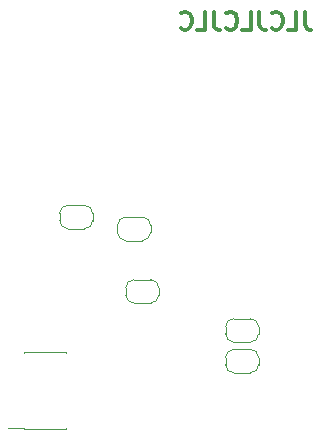
<source format=gbr>
G04 #@! TF.GenerationSoftware,KiCad,Pcbnew,5.1.3-ffb9f22~84~ubuntu19.04.1*
G04 #@! TF.CreationDate,2019-08-02T10:13:28-05:00*
G04 #@! TF.ProjectId,LeashPCB,4c656173-6850-4434-922e-6b696361645f,rev?*
G04 #@! TF.SameCoordinates,Original*
G04 #@! TF.FileFunction,Legend,Bot*
G04 #@! TF.FilePolarity,Positive*
%FSLAX46Y46*%
G04 Gerber Fmt 4.6, Leading zero omitted, Abs format (unit mm)*
G04 Created by KiCad (PCBNEW 5.1.3-ffb9f22~84~ubuntu19.04.1) date 2019-08-02 10:13:28*
%MOMM*%
%LPD*%
G04 APERTURE LIST*
%ADD10C,0.300000*%
%ADD11C,0.120000*%
G04 APERTURE END LIST*
D10*
X155950000Y-40928571D02*
X155950000Y-42000000D01*
X156021428Y-42214285D01*
X156164285Y-42357142D01*
X156378571Y-42428571D01*
X156521428Y-42428571D01*
X154521428Y-42428571D02*
X155235714Y-42428571D01*
X155235714Y-40928571D01*
X153164285Y-42285714D02*
X153235714Y-42357142D01*
X153450000Y-42428571D01*
X153592857Y-42428571D01*
X153807142Y-42357142D01*
X153950000Y-42214285D01*
X154021428Y-42071428D01*
X154092857Y-41785714D01*
X154092857Y-41571428D01*
X154021428Y-41285714D01*
X153950000Y-41142857D01*
X153807142Y-41000000D01*
X153592857Y-40928571D01*
X153450000Y-40928571D01*
X153235714Y-41000000D01*
X153164285Y-41071428D01*
X152092857Y-40928571D02*
X152092857Y-42000000D01*
X152164285Y-42214285D01*
X152307142Y-42357142D01*
X152521428Y-42428571D01*
X152664285Y-42428571D01*
X150664285Y-42428571D02*
X151378571Y-42428571D01*
X151378571Y-40928571D01*
X149307142Y-42285714D02*
X149378571Y-42357142D01*
X149592857Y-42428571D01*
X149735714Y-42428571D01*
X149950000Y-42357142D01*
X150092857Y-42214285D01*
X150164285Y-42071428D01*
X150235714Y-41785714D01*
X150235714Y-41571428D01*
X150164285Y-41285714D01*
X150092857Y-41142857D01*
X149950000Y-41000000D01*
X149735714Y-40928571D01*
X149592857Y-40928571D01*
X149378571Y-41000000D01*
X149307142Y-41071428D01*
X148235714Y-40928571D02*
X148235714Y-42000000D01*
X148307142Y-42214285D01*
X148450000Y-42357142D01*
X148664285Y-42428571D01*
X148807142Y-42428571D01*
X146807142Y-42428571D02*
X147521428Y-42428571D01*
X147521428Y-40928571D01*
X145450000Y-42285714D02*
X145521428Y-42357142D01*
X145735714Y-42428571D01*
X145878571Y-42428571D01*
X146092857Y-42357142D01*
X146235714Y-42214285D01*
X146307142Y-42071428D01*
X146378571Y-41785714D01*
X146378571Y-41571428D01*
X146307142Y-41285714D01*
X146235714Y-41142857D01*
X146092857Y-41000000D01*
X145878571Y-40928571D01*
X145735714Y-40928571D01*
X145521428Y-41000000D01*
X145450000Y-41071428D01*
D11*
X135715000Y-69830000D02*
X135715000Y-69765000D01*
X132185000Y-69830000D02*
X132185000Y-69765000D01*
X135715000Y-76235000D02*
X135715000Y-76170000D01*
X132185000Y-76235000D02*
X132185000Y-76170000D01*
X130860000Y-76170000D02*
X132185000Y-76170000D01*
X132185000Y-69765000D02*
X135715000Y-69765000D01*
X132185000Y-76235000D02*
X135715000Y-76235000D01*
X151350000Y-69500000D02*
X149950000Y-69500000D01*
X149250000Y-70200000D02*
X149250000Y-70800000D01*
X149950000Y-71500000D02*
X151350000Y-71500000D01*
X152050000Y-70800000D02*
X152050000Y-70200000D01*
X152050000Y-70200000D02*
G75*
G03X151350000Y-69500000I-700000J0D01*
G01*
X151350000Y-71500000D02*
G75*
G03X152050000Y-70800000I0J700000D01*
G01*
X149250000Y-70800000D02*
G75*
G03X149950000Y-71500000I700000J0D01*
G01*
X149950000Y-69500000D02*
G75*
G03X149250000Y-70200000I0J-700000D01*
G01*
X151350000Y-66900000D02*
X149950000Y-66900000D01*
X149250000Y-67600000D02*
X149250000Y-68200000D01*
X149950000Y-68900000D02*
X151350000Y-68900000D01*
X152050000Y-68200000D02*
X152050000Y-67600000D01*
X152050000Y-67600000D02*
G75*
G03X151350000Y-66900000I-700000J0D01*
G01*
X151350000Y-68900000D02*
G75*
G03X152050000Y-68200000I0J700000D01*
G01*
X149250000Y-68200000D02*
G75*
G03X149950000Y-68900000I700000J0D01*
G01*
X149950000Y-66900000D02*
G75*
G03X149250000Y-67600000I0J-700000D01*
G01*
X135900000Y-59300000D02*
X137300000Y-59300000D01*
X138000000Y-58600000D02*
X138000000Y-58000000D01*
X137300000Y-57300000D02*
X135900000Y-57300000D01*
X135200000Y-58000000D02*
X135200000Y-58600000D01*
X135200000Y-58600000D02*
G75*
G03X135900000Y-59300000I700000J0D01*
G01*
X135900000Y-57300000D02*
G75*
G03X135200000Y-58000000I0J-700000D01*
G01*
X138000000Y-58000000D02*
G75*
G03X137300000Y-57300000I-700000J0D01*
G01*
X137300000Y-59300000D02*
G75*
G03X138000000Y-58600000I0J700000D01*
G01*
X142900000Y-63600000D02*
X141500000Y-63600000D01*
X140800000Y-64300000D02*
X140800000Y-64900000D01*
X141500000Y-65600000D02*
X142900000Y-65600000D01*
X143600000Y-64900000D02*
X143600000Y-64300000D01*
X143600000Y-64300000D02*
G75*
G03X142900000Y-63600000I-700000J0D01*
G01*
X142900000Y-65600000D02*
G75*
G03X143600000Y-64900000I0J700000D01*
G01*
X140800000Y-64900000D02*
G75*
G03X141500000Y-65600000I700000J0D01*
G01*
X141500000Y-63600000D02*
G75*
G03X140800000Y-64300000I0J-700000D01*
G01*
X142200000Y-58300000D02*
X140800000Y-58300000D01*
X140100000Y-59000000D02*
X140100000Y-59600000D01*
X140800000Y-60300000D02*
X142200000Y-60300000D01*
X142900000Y-59600000D02*
X142900000Y-59000000D01*
X142900000Y-59000000D02*
G75*
G03X142200000Y-58300000I-700000J0D01*
G01*
X142200000Y-60300000D02*
G75*
G03X142900000Y-59600000I0J700000D01*
G01*
X140100000Y-59600000D02*
G75*
G03X140800000Y-60300000I700000J0D01*
G01*
X140800000Y-58300000D02*
G75*
G03X140100000Y-59000000I0J-700000D01*
G01*
M02*

</source>
